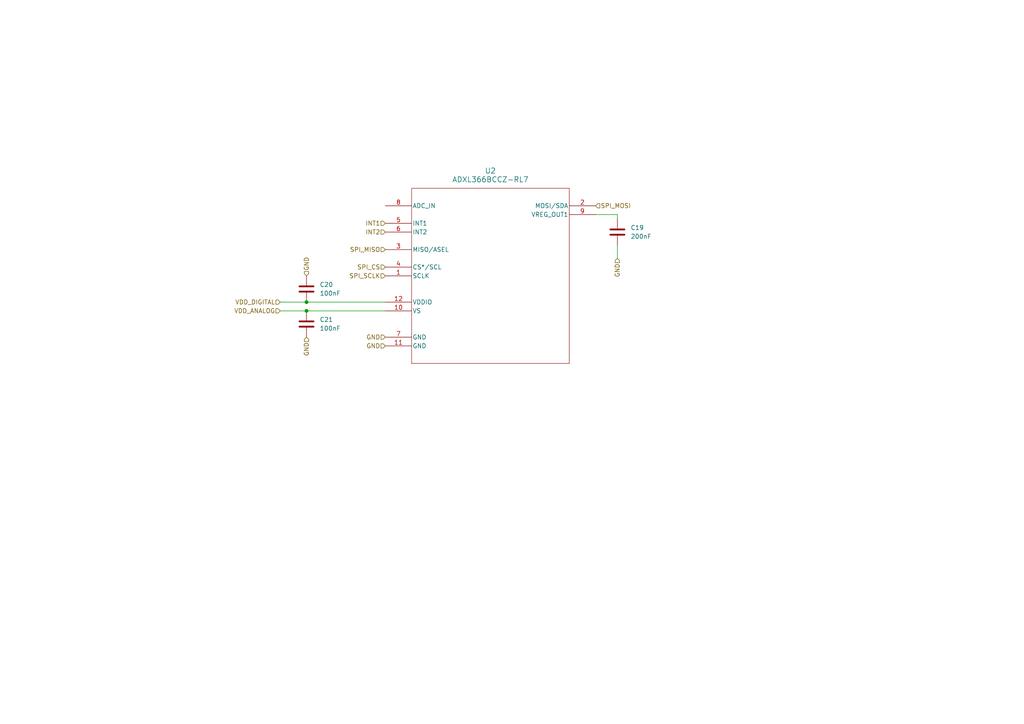
<source format=kicad_sch>
(kicad_sch (version 20250114) (generator "eeschema") (generator_version "9.0")
  (paper "A4")
  (lib_symbols
    (symbol "Device:C" (pin_numbers (hide yes)) (pin_names (offset 0.254))
      (property "Reference" "C" (at 0.635 2.54 0))
      (property "Value" "C" (at 0.635 -2.54 0))
      (symbol "C_0_1"
        (polyline (pts (xy -2.032 0.762) (xy 2.032 0.762)) (stroke (width 0.508)))
        (polyline (pts (xy -2.032 -0.762) (xy 2.032 -0.762)) (stroke (width 0.508)))
      )
      (symbol "C_1_1"
        (pin passive line (at 0 3.81 270) (length 2.794) (name "~") (number "1"))
        (pin passive line (at 0 -3.81 90) (length 2.794) (name "~") (number "2"))
      )
    )
    (symbol "ProjectSymbols:ADXL366BCCZ-RL7" (pin_names (offset 0.254))
      (property "Reference" "U" (at 30.48 10.16 0))
      (property "Value" "ADXL366BCCZ-RL7" (at 30.48 7.62 0))
      (symbol "ADXL366BCCZ-RL7_0_1"
        (polyline (pts (xy 7.62 5.08) (xy 7.62 -45.72)) (stroke (width 0.127)))
        (polyline (pts (xy 7.62 -45.72) (xy 53.34 -45.72)) (stroke (width 0.127)))
        (polyline (pts (xy 53.34 5.08) (xy 7.62 5.08)) (stroke (width 0.127)))
        (polyline (pts (xy 53.34 -45.72) (xy 53.34 5.08)) (stroke (width 0.127)))
        (pin input line (at 0 0 0) (length 7.62) (name "ADC_IN") (number "8"))
        (pin output line (at 0 -5.08 0) (length 7.62) (name "INT1") (number "5"))
        (pin output line (at 0 -7.62 0) (length 7.62) (name "INT2") (number "6"))
        (pin input line (at 0 -12.7 0) (length 7.62) (name "MISO/ASEL") (number "3"))
        (pin unspecified line (at 0 -17.78 0) (length 7.62) (name "CS*/SCL") (number "4"))
        (pin unspecified line (at 0 -20.32 0) (length 7.62) (name "SCLK") (number "1"))
        (pin power_in line (at 0 -27.94 0) (length 7.62) (name "VDDIO") (number "12"))
        (pin power_in line (at 0 -30.48 0) (length 7.62) (name "VS") (number "10"))
        (pin power_out line (at 0 -38.1 0) (length 7.62) (name "GND") (number "7"))
        (pin power_out line (at 0 -40.64 0) (length 7.62) (name "GND") (number "11"))
        (pin output line (at 60.96 0 180) (length 7.62) (name "MOSI/SDA") (number "2"))
        (pin output line (at 60.96 -2.54 180) (length 7.62) (name "VREG_OUT1") (number "9"))
      )
    )
  )
  (junction (at 88.9 90.17))
  (junction (at 88.9 87.63))
  (wire (pts (xy 172.72 62.23) (xy 179.07 62.23)))
  (wire (pts (xy 179.07 62.23) (xy 179.07 63.5)))
  (wire (pts (xy 81.28 90.17) (xy 88.9 90.17)))
  (wire (pts (xy 111.76 87.63) (xy 88.9 87.63)))
  (wire (pts (xy 179.07 74.93) (xy 179.07 71.12)))
  (wire (pts (xy 81.28 87.63) (xy 88.9 87.63)))
  (wire (pts (xy 88.9 90.17) (xy 111.76 90.17)))
  (hierarchical_label "SPI_MOSI" (shape input) (at 172.72 59.69 0))
  (hierarchical_label "SPI_CS" (shape input) (at 111.76 77.47 180))
  (hierarchical_label "SPI_SCLK" (shape input) (at 111.76 80.01 180))
  (hierarchical_label "GND" (shape input) (at 179.07 74.93 270))
  (hierarchical_label "GND" (shape input) (at 111.76 100.33 180))
  (hierarchical_label "GND" (shape input) (at 88.9 80.01 90))
  (hierarchical_label "VDD_DIGITAL" (shape input) (at 81.28 87.63 180))
  (hierarchical_label "GND" (shape input) (at 111.76 97.79 180))
  (hierarchical_label "GND" (shape input) (at 88.9 97.79 270))
  (hierarchical_label "INT2" (shape input) (at 111.76 67.31 180))
  (hierarchical_label "SPI_MISO" (shape input) (at 111.76 72.39 180))
  (hierarchical_label "INT1" (shape input) (at 111.76 64.77 180))
  (hierarchical_label "VDD_ANALOG" (shape input) (at 81.28 90.17 180))
  (symbol (lib_id "Device:C") (at 88.9 83.82 0) (unit 1)
    (property "Reference" "C20" (at 92.71 82.5499 0) (effects (justify left)))
    (property "Value" "100nF" (at 92.71 85.0899 0) (effects (justify left)))
    (property "Description" "Unpolarized capacitor" (effects (hide yes)))
  )
  (symbol (lib_id "ProjectSymbols:ADXL366BCCZ-RL7") (at 111.76 59.69 0) (unit 1)
    (property "Reference" "U2" (at 142.24 49.53 0) (effects (font (size 1.524 1.524))))
    (property "Value" "ADXL366BCCZ-RL7" (at 142.24 52.07 0) (effects (font (size 1.524 1.524))))
    (property "Footprint" "CC-12-4_ADI" (effects (hide yes)))
    (property "Datasheet" "ADXL366BCCZ-RL7" (effects (hide yes)))
  )
  (symbol (lib_id "Device:C") (at 88.9 93.98 0) (unit 1)
    (property "Reference" "C21" (at 92.71 92.7099 0) (effects (justify left)))
    (property "Value" "100nF" (at 92.71 95.2499 0) (effects (justify left)))
    (property "Description" "Unpolarized capacitor" (effects (hide yes)))
  )
  (symbol (lib_id "Device:C") (at 179.07 67.31 0) (unit 1)
    (property "Reference" "C19" (at 182.88 66.0399 0) (effects (justify left)))
    (property "Value" "200nF" (at 182.88 68.5799 0) (effects (justify left)))
    (property "Description" "Unpolarized capacitor" (effects (hide yes)))
  )
)
</source>
